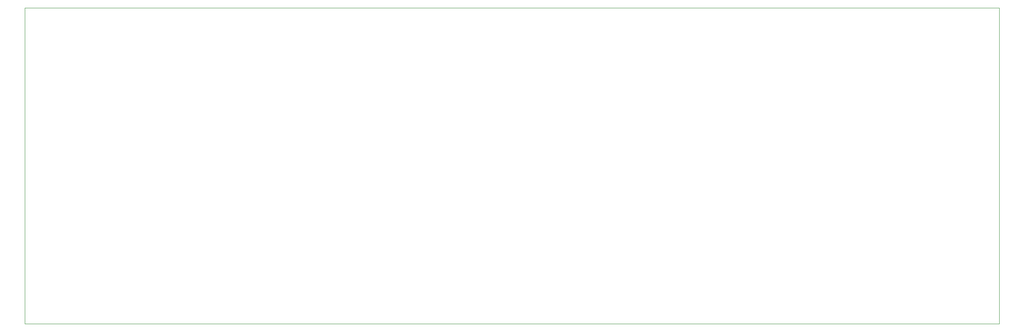
<source format=gm1>
G04 #@! TF.FileFunction,Profile,NP*
%FSLAX46Y46*%
G04 Gerber Fmt 4.6, Leading zero omitted, Abs format (unit mm)*
G04 Created by KiCad (PCBNEW 4.0.0-rc1-stable) date 10/14/2015 5:21:08 AM*
%MOMM*%
G01*
G04 APERTURE LIST*
%ADD10C,0.100000*%
G04 APERTURE END LIST*
D10*
X252082500Y-142875000D02*
X252082500Y-78105000D01*
X52387500Y-142875000D02*
X52387500Y-78105000D01*
X52387500Y-142875000D02*
X252082500Y-142875000D01*
X252082500Y-78105000D02*
X52387500Y-78105000D01*
M02*

</source>
